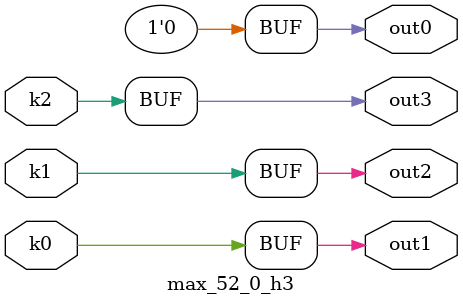
<source format=v>
module max_52_0(pi0, pi1, pi2, pi3, pi4, pi5, pi6, po0, po1, po2, po3);
input pi0, pi1, pi2, pi3, pi4, pi5, pi6;
output po0, po1, po2, po3;
wire k0, k1, k2;
max_52_0_w3 DUT1 (pi0, pi1, pi2, pi3, pi4, pi5, pi6, k0, k1, k2);
max_52_0_h3 DUT2 (k0, k1, k2, po0, po1, po2, po3);
endmodule

module max_52_0_w3(in6, in5, in4, in3, in2, in1, in0, k2, k1, k0);
input in6, in5, in4, in3, in2, in1, in0;
output k2, k1, k0;
assign k0 =   in1 ? ~in6 : ~in4;
assign k1 =   ~in0 & ((((~in6 & (~in2 | in4)) | (~in2 & in4)) & (~in5 | in3)) | (~in5 & in3));
assign k2 =   in1;
endmodule

module max_52_0_h3(k2, k1, k0, out3, out2, out1, out0);
input k2, k1, k0;
output out3, out2, out1, out0;
assign out0 = 0;
assign out1 = k0;
assign out2 = k1;
assign out3 = k2;
endmodule

</source>
